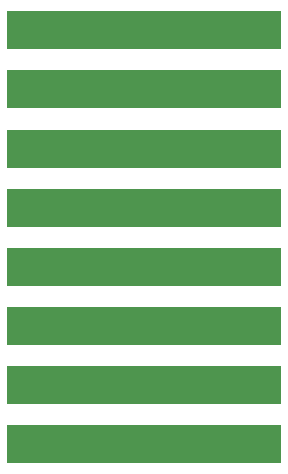
<source format=gts>
G04*
G04 #@! TF.GenerationSoftware,Altium Limited,Altium Designer,21.3.2 (30)*
G04*
G04 Layer_Color=8388736*
%FSLAX25Y25*%
%MOIN*%
G70*
G04*
G04 #@! TF.SameCoordinates,B7D7C0A0-A55D-4CC8-836F-116C6F14137B*
G04*
G04*
G04 #@! TF.FilePolarity,Negative*
G04*
G01*
G75*
%ADD11R,0.91351X0.12611*%
D11*
X45276Y64961D02*
D03*
Y104331D02*
D03*
Y84646D02*
D03*
Y45276D02*
D03*
Y25591D02*
D03*
Y5906D02*
D03*
Y124016D02*
D03*
Y143701D02*
D03*
M02*

</source>
